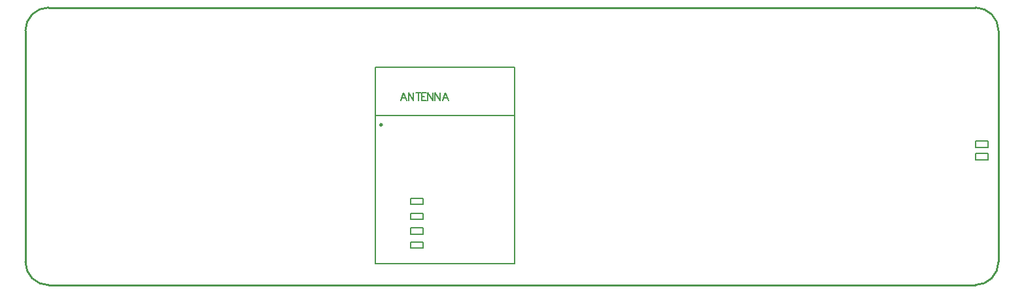
<source format=gm1>
G04*
G04 #@! TF.GenerationSoftware,Altium Limited,Altium Designer,19.0.14 (431)*
G04*
G04 Layer_Color=16711935*
%FSLAX44Y44*%
%MOMM*%
G71*
G01*
G75*
%ADD11C,0.2540*%
%ADD12C,0.3000*%
%ADD13C,0.1520*%
%ADD16C,0.1270*%
%ADD108C,0.1984*%
D11*
X1526500Y885220D02*
G03*
X1556500Y915220I0J30000D01*
G01*
X296500D02*
G03*
X326500Y885220I30000J0D01*
G01*
Y1245220D02*
G03*
X296500Y1215220I0J-30000D01*
G01*
X1556500D02*
G03*
X1526500Y1245220I-30000J0D01*
G01*
X296500Y915220D02*
Y1215220D01*
X326500Y885220D02*
X1526500D01*
X326500Y1245220D02*
X1526500D01*
X1556500Y915220D02*
Y1215220D01*
D12*
X757980Y1093130D02*
G03*
X757980Y1093130I-1000J0D01*
G01*
D13*
X1557020Y1132800D02*
Y1164800D01*
Y1100800D02*
Y1164800D01*
Y1103800D02*
Y1164800D01*
D16*
X1526620Y1072000D02*
X1542620D01*
X1526620Y1064000D02*
X1542620D01*
X1526620D02*
Y1072000D01*
X1542620Y1064000D02*
Y1072000D01*
X1526620Y1056000D02*
X1542620D01*
X1526620Y1048000D02*
X1542620D01*
X1526620D02*
Y1056000D01*
X1542620Y1048000D02*
Y1056000D01*
X795230Y951500D02*
X811230D01*
X795230Y959500D02*
X811230D01*
Y951500D02*
Y959500D01*
X795230Y951500D02*
Y959500D01*
Y970500D02*
X811230D01*
X795230Y978500D02*
X811230D01*
Y970500D02*
Y978500D01*
X795230Y970500D02*
Y978500D01*
Y933250D02*
X811230D01*
X795230Y941250D02*
X811230D01*
Y933250D02*
Y941250D01*
X795230Y933250D02*
Y941250D01*
X795130Y990000D02*
X811130D01*
X795130Y998000D02*
X811130D01*
Y990000D02*
Y998000D01*
X795130Y990000D02*
Y998000D01*
X750150Y1105250D02*
X929350D01*
X749750Y913250D02*
Y1168250D01*
Y913250D02*
X929750D01*
Y1168250D01*
X749750D02*
X929750D01*
D108*
X790118Y1124760D02*
X786310Y1134757D01*
X782501Y1124760D01*
X783929Y1128092D02*
X788690D01*
X792451Y1134757D02*
Y1124760D01*
Y1134757D02*
X799117Y1124760D01*
Y1134757D02*
Y1124760D01*
X805210Y1134757D02*
Y1124760D01*
X801878Y1134757D02*
X808543D01*
X815922D02*
X809733D01*
Y1124760D01*
X815922D01*
X809733Y1129996D02*
X813542D01*
X817589Y1134757D02*
Y1124760D01*
Y1134757D02*
X824254Y1124760D01*
Y1134757D02*
Y1124760D01*
X827015Y1134757D02*
Y1124760D01*
Y1134757D02*
X833680Y1124760D01*
Y1134757D02*
Y1124760D01*
X844059D02*
X840250Y1134757D01*
X836442Y1124760D01*
X837870Y1128092D02*
X842631D01*
M02*

</source>
